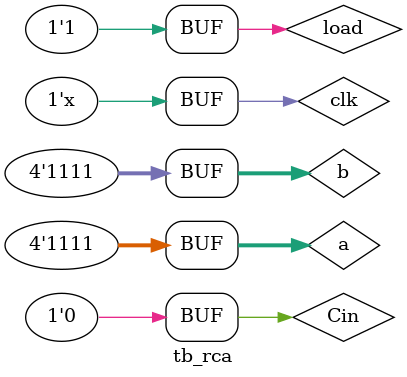
<source format=v>
`timescale 1ns / 1ps


module tb_rca;

reg clk = 0;
reg load = 0;
reg [3:0] a = 0;
reg [3:0] b = 0;
reg Cin = 0;

wire [4:0] Q;

rca uut(.clk(clk), .load(load), .a(a), .b(b), .Cin(Cin), .Q(Q));

always #5 clk = ~clk;

initial begin
    load = 1;
    a = 4'b0001; b = 4'b0101; Cin = 0;
    
    #20
    
    a = 4'b0111; b = 4'b0111; Cin = 0;
    
    #20
    
    a = 4'b1000; b = 4'b0111; Cin = 1;
    
    #20
    
    a = 4'b1100; b = 4'b0100; Cin = 0;
    
    #20
    
    a = 4'b1000; b = 4'b1000; Cin = 1;
    
    #20
    
    a = 4'b1001; b = 4'b1010; Cin = 1;
    
    #20
    
    a = 4'b1111; b = 4'b1111; Cin = 0;
    end
endmodule

</source>
